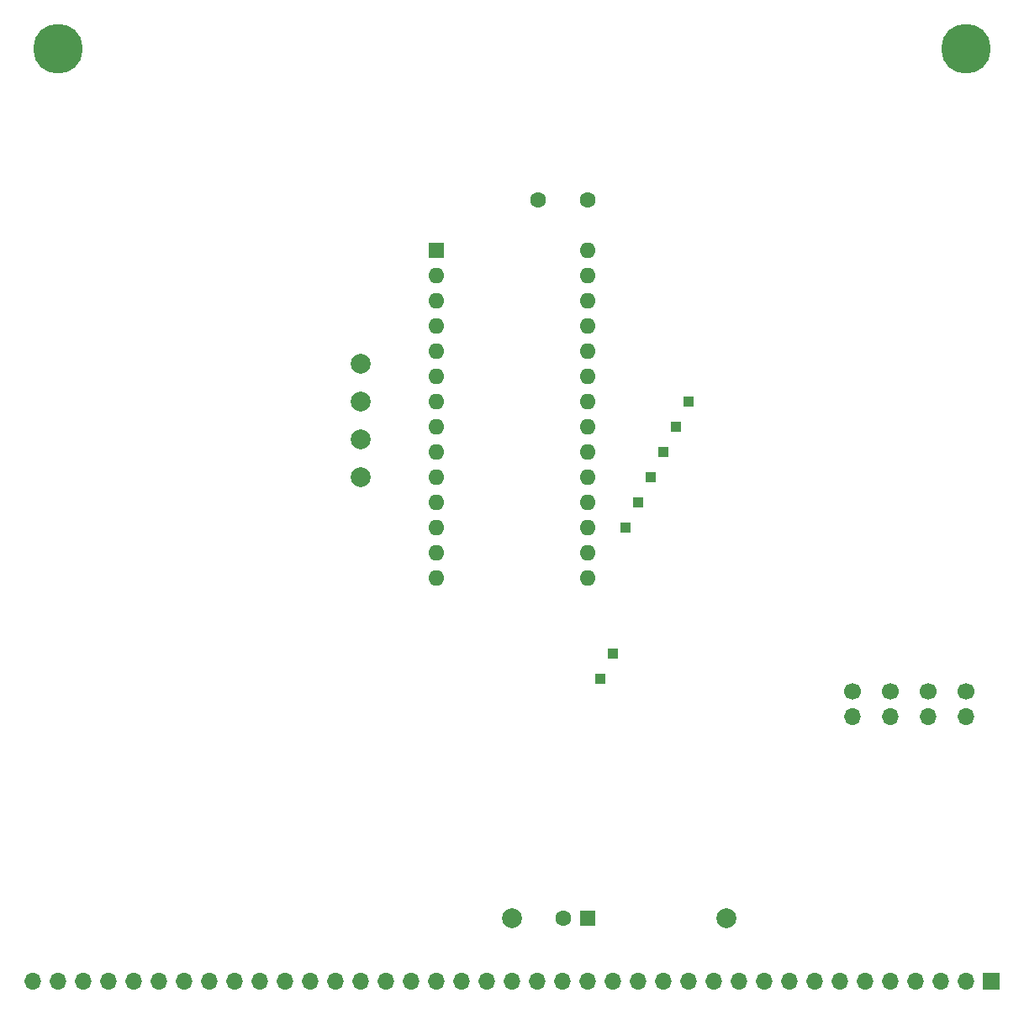
<source format=gts>
G04 #@! TF.GenerationSoftware,KiCad,Pcbnew,(5.1.9)-1*
G04 #@! TF.CreationDate,2025-02-21T20:03:25+11:00*
G04 #@! TF.ProjectId,RC1802  Integer Math Coprocessor,52433138-3032-4202-9049-6e7465676572,A*
G04 #@! TF.SameCoordinates,Original*
G04 #@! TF.FileFunction,Soldermask,Top*
G04 #@! TF.FilePolarity,Negative*
%FSLAX46Y46*%
G04 Gerber Fmt 4.6, Leading zero omitted, Abs format (unit mm)*
G04 Created by KiCad (PCBNEW (5.1.9)-1) date 2025-02-21 20:03:25*
%MOMM*%
%LPD*%
G01*
G04 APERTURE LIST*
%ADD10O,1.700000X1.700000*%
%ADD11C,1.700000*%
%ADD12C,2.000000*%
%ADD13R,1.000000X1.000000*%
%ADD14O,1.600000X1.600000*%
%ADD15R,1.600000X1.600000*%
%ADD16R,1.700000X1.700000*%
%ADD17C,1.600000*%
%ADD18C,5.000000*%
G04 APERTURE END LIST*
D10*
X198120000Y-109220000D03*
D11*
X198120000Y-106680000D03*
D10*
X201930000Y-109220000D03*
D11*
X201930000Y-106680000D03*
D10*
X194310000Y-109220000D03*
D11*
X194310000Y-106680000D03*
X190500000Y-106680000D03*
D10*
X190500000Y-109220000D03*
D12*
X140970000Y-85090000D03*
X140970000Y-77470000D03*
X140970000Y-81280000D03*
X140970000Y-73660000D03*
X156210000Y-129540000D03*
X177800000Y-129540000D03*
D13*
X173990000Y-77470000D03*
X172720000Y-80010000D03*
X171450000Y-82550000D03*
X170180000Y-85090000D03*
X168910000Y-87630000D03*
X167640000Y-90170000D03*
X166370000Y-102870000D03*
X165100000Y-105410000D03*
D14*
X163830000Y-62230000D03*
X148590000Y-95250000D03*
X163830000Y-64770000D03*
X148590000Y-92710000D03*
X163830000Y-67310000D03*
X148590000Y-90170000D03*
X163830000Y-69850000D03*
X148590000Y-87630000D03*
X163830000Y-72390000D03*
X148590000Y-85090000D03*
X163830000Y-74930000D03*
X148590000Y-82550000D03*
X163830000Y-77470000D03*
X148590000Y-80010000D03*
X163830000Y-80010000D03*
X148590000Y-77470000D03*
X163830000Y-82550000D03*
X148590000Y-74930000D03*
X163830000Y-85090000D03*
X148590000Y-72390000D03*
X163830000Y-87630000D03*
X148590000Y-69850000D03*
X163830000Y-90170000D03*
X148590000Y-67310000D03*
X163830000Y-92710000D03*
X148590000Y-64770000D03*
X163830000Y-95250000D03*
D15*
X148590000Y-62230000D03*
D10*
X107950000Y-135890000D03*
X110490000Y-135890000D03*
X113030000Y-135890000D03*
X115570000Y-135890000D03*
X118110000Y-135890000D03*
X120650000Y-135890000D03*
X123190000Y-135890000D03*
X125730000Y-135890000D03*
X128270000Y-135890000D03*
X130810000Y-135890000D03*
X133350000Y-135890000D03*
X135890000Y-135890000D03*
X138430000Y-135890000D03*
X140970000Y-135890000D03*
X143510000Y-135890000D03*
X146050000Y-135890000D03*
X148590000Y-135890000D03*
X151130000Y-135890000D03*
X153670000Y-135890000D03*
X156210000Y-135890000D03*
X158750000Y-135890000D03*
X161290000Y-135890000D03*
X163830000Y-135890000D03*
X166370000Y-135890000D03*
X168910000Y-135890000D03*
X171450000Y-135890000D03*
X173990000Y-135890000D03*
X176530000Y-135890000D03*
X179070000Y-135890000D03*
X181610000Y-135890000D03*
X184150000Y-135890000D03*
X186690000Y-135890000D03*
X189230000Y-135890000D03*
X191770000Y-135890000D03*
X194310000Y-135890000D03*
X196850000Y-135890000D03*
X199390000Y-135890000D03*
X201930000Y-135890000D03*
D16*
X204470000Y-135890000D03*
D17*
X161330000Y-129540000D03*
D15*
X163830000Y-129540000D03*
D18*
X201930000Y-41910000D03*
X110490000Y-41910000D03*
D17*
X158830000Y-57150000D03*
X163830000Y-57150000D03*
M02*

</source>
